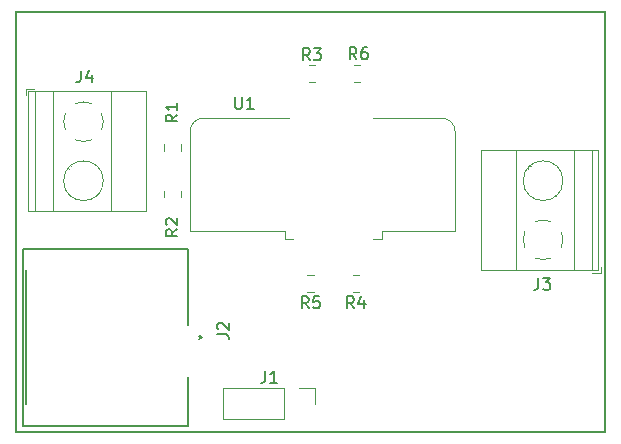
<source format=gbr>
G04 #@! TF.GenerationSoftware,KiCad,Pcbnew,(5.0.2)-1*
G04 #@! TF.CreationDate,2019-03-26T15:17:44-05:00*
G04 #@! TF.ProjectId,currentsense,63757272-656e-4747-9365-6e73652e6b69,rev?*
G04 #@! TF.SameCoordinates,Original*
G04 #@! TF.FileFunction,Legend,Top*
G04 #@! TF.FilePolarity,Positive*
%FSLAX46Y46*%
G04 Gerber Fmt 4.6, Leading zero omitted, Abs format (unit mm)*
G04 Created by KiCad (PCBNEW (5.0.2)-1) date 3/26/2019 3:17:44 PM*
%MOMM*%
%LPD*%
G01*
G04 APERTURE LIST*
%ADD10C,0.200000*%
%ADD11C,0.152400*%
%ADD12C,0.120000*%
%ADD13C,0.150000*%
G04 APERTURE END LIST*
D10*
X158470600Y-57480200D02*
X108597700Y-57480200D01*
X158483300Y-93091000D02*
X158483300Y-57467500D01*
X108597700Y-93091000D02*
X158483300Y-93091000D01*
X108597700Y-57467500D02*
X108597700Y-93091000D01*
D11*
G04 #@! TO.C,J2*
X123164600Y-84028510D02*
X123164600Y-77546200D01*
X109194600Y-92557600D02*
X123164600Y-92557600D01*
X109194600Y-77546200D02*
X109194600Y-92557600D01*
X123164600Y-77546200D02*
X109194600Y-77546200D01*
X123164600Y-92557600D02*
X123164600Y-88379300D01*
X109448600Y-90716100D02*
X109448600Y-79387700D01*
X124061471Y-85174965D02*
X124307600Y-85051900D01*
X124061471Y-84928835D02*
X124307600Y-85051900D01*
D12*
G04 #@! TO.C,R3*
X133919752Y-62002600D02*
X133397248Y-62002600D01*
X133919752Y-63422600D02*
X133397248Y-63422600D01*
G04 #@! TO.C,R4*
X137633452Y-81202600D02*
X137110948Y-81202600D01*
X137633452Y-79782600D02*
X137110948Y-79782600D01*
G04 #@! TO.C,R5*
X133792752Y-79782600D02*
X133270248Y-79782600D01*
X133792752Y-81202600D02*
X133270248Y-81202600D01*
G04 #@! TO.C,R6*
X137704352Y-63422600D02*
X137181848Y-63422600D01*
X137704352Y-62002600D02*
X137181848Y-62002600D01*
G04 #@! TO.C,J4*
X109412700Y-64002000D02*
X109412700Y-64502000D01*
X110152700Y-64002000D02*
X109412700Y-64002000D01*
X113289700Y-70575000D02*
X113243700Y-70528000D01*
X115587700Y-72872000D02*
X115551700Y-72837000D01*
X113073700Y-70768000D02*
X113038700Y-70733000D01*
X115381700Y-73077000D02*
X115335700Y-73030000D01*
X119573700Y-74362000D02*
X109652700Y-74362000D01*
X119573700Y-64242000D02*
X109652700Y-64242000D01*
X109652700Y-64242000D02*
X109652700Y-74362000D01*
X119573700Y-64242000D02*
X119573700Y-74362000D01*
X116613700Y-64242000D02*
X116613700Y-74362000D01*
X111712700Y-64242000D02*
X111712700Y-74362000D01*
X110212700Y-64242000D02*
X110212700Y-74362000D01*
X115992700Y-71802000D02*
G75*
G03X115992700Y-71802000I-1680000J0D01*
G01*
X112632447Y-66830805D02*
G75*
G02X112777700Y-66118000I1680253J28805D01*
G01*
X113629658Y-65266574D02*
G75*
G02X114996700Y-65267000I683042J-1535426D01*
G01*
X115848126Y-66118958D02*
G75*
G02X115847700Y-67486000I-1535426J-683042D01*
G01*
X114995742Y-68337426D02*
G75*
G02X113628700Y-68337000I-683042J1535426D01*
G01*
X112777944Y-67485318D02*
G75*
G02X112632700Y-66802000I1534756J683318D01*
G01*
G04 #@! TO.C,U1*
X124468200Y-66492600D02*
X131698200Y-66492600D01*
X138838200Y-76712600D02*
X139568200Y-76712600D01*
X123348200Y-76012600D02*
X131348200Y-76012600D01*
X145768200Y-76012600D02*
X145768200Y-67602600D01*
X123348200Y-76012600D02*
X123348200Y-67612600D01*
X131348200Y-76712600D02*
X131348200Y-76012600D01*
X139568200Y-76712600D02*
X139568200Y-76012600D01*
X123348200Y-67602600D02*
G75*
G02X124458200Y-66492600I1110000J0D01*
G01*
X145768200Y-67602600D02*
G75*
G03X144658200Y-66492600I-1110000J0D01*
G01*
X138848200Y-66492600D02*
X144658200Y-66492600D01*
X131348200Y-76712600D02*
X132068200Y-76712600D01*
X139568200Y-76012600D02*
X145768200Y-76012600D01*
G04 #@! TO.C,R2*
X121159200Y-72636748D02*
X121159200Y-73159252D01*
X122579200Y-72636748D02*
X122579200Y-73159252D01*
G04 #@! TO.C,R1*
X121171900Y-69238652D02*
X121171900Y-68716148D01*
X122591900Y-69238652D02*
X122591900Y-68716148D01*
G04 #@! TO.C,J3*
X154760256Y-76113582D02*
G75*
G02X154905500Y-76796900I-1534756J-683318D01*
G01*
X152542458Y-75261474D02*
G75*
G02X153909500Y-75261900I683042J-1535426D01*
G01*
X151690074Y-77479942D02*
G75*
G02X151690500Y-76112900I1535426J683042D01*
G01*
X153908542Y-78332326D02*
G75*
G02X152541500Y-78331900I-683042J1535426D01*
G01*
X154905753Y-76768095D02*
G75*
G02X154760500Y-77480900I-1680253J-28805D01*
G01*
X154905500Y-71796900D02*
G75*
G03X154905500Y-71796900I-1680000J0D01*
G01*
X157325500Y-79356900D02*
X157325500Y-69236900D01*
X155825500Y-79356900D02*
X155825500Y-69236900D01*
X150924500Y-79356900D02*
X150924500Y-69236900D01*
X147964500Y-79356900D02*
X147964500Y-69236900D01*
X157885500Y-79356900D02*
X157885500Y-69236900D01*
X147964500Y-79356900D02*
X157885500Y-79356900D01*
X147964500Y-69236900D02*
X157885500Y-69236900D01*
X152156500Y-70521900D02*
X152202500Y-70568900D01*
X154464500Y-72830900D02*
X154499500Y-72865900D01*
X151950500Y-70726900D02*
X151986500Y-70761900D01*
X154248500Y-73023900D02*
X154294500Y-73070900D01*
X157385500Y-79596900D02*
X158125500Y-79596900D01*
X158125500Y-79596900D02*
X158125500Y-79096900D01*
G04 #@! TO.C,J1*
X126139900Y-89348000D02*
X126139900Y-92008000D01*
X131279900Y-89348000D02*
X126139900Y-89348000D01*
X131279900Y-92008000D02*
X126139900Y-92008000D01*
X131279900Y-89348000D02*
X131279900Y-92008000D01*
X132549900Y-89348000D02*
X133879900Y-89348000D01*
X133879900Y-89348000D02*
X133879900Y-90678000D01*
G04 #@! TD*
G04 #@! TO.C,J2*
D13*
X125626880Y-84801033D02*
X126341166Y-84801033D01*
X126484023Y-84848652D01*
X126579261Y-84943890D01*
X126626880Y-85086747D01*
X126626880Y-85181985D01*
X125722119Y-84372461D02*
X125674500Y-84324842D01*
X125626880Y-84229604D01*
X125626880Y-83991509D01*
X125674500Y-83896271D01*
X125722119Y-83848652D01*
X125817357Y-83801033D01*
X125912595Y-83801033D01*
X126055452Y-83848652D01*
X126626880Y-84420080D01*
X126626880Y-83801033D01*
G04 #@! TO.C,R3*
X133475433Y-61590180D02*
X133142100Y-61113990D01*
X132904004Y-61590180D02*
X132904004Y-60590180D01*
X133284957Y-60590180D01*
X133380195Y-60637800D01*
X133427814Y-60685419D01*
X133475433Y-60780657D01*
X133475433Y-60923514D01*
X133427814Y-61018752D01*
X133380195Y-61066371D01*
X133284957Y-61113990D01*
X132904004Y-61113990D01*
X133808766Y-60590180D02*
X134427814Y-60590180D01*
X134094480Y-60971133D01*
X134237338Y-60971133D01*
X134332576Y-61018752D01*
X134380195Y-61066371D01*
X134427814Y-61161609D01*
X134427814Y-61399704D01*
X134380195Y-61494942D01*
X134332576Y-61542561D01*
X134237338Y-61590180D01*
X133951623Y-61590180D01*
X133856385Y-61542561D01*
X133808766Y-61494942D01*
G04 #@! TO.C,R4*
X137205533Y-82594980D02*
X136872200Y-82118790D01*
X136634104Y-82594980D02*
X136634104Y-81594980D01*
X137015057Y-81594980D01*
X137110295Y-81642600D01*
X137157914Y-81690219D01*
X137205533Y-81785457D01*
X137205533Y-81928314D01*
X137157914Y-82023552D01*
X137110295Y-82071171D01*
X137015057Y-82118790D01*
X136634104Y-82118790D01*
X138062676Y-81928314D02*
X138062676Y-82594980D01*
X137824580Y-81547361D02*
X137586485Y-82261647D01*
X138205533Y-82261647D01*
G04 #@! TO.C,R5*
X133364833Y-82594980D02*
X133031500Y-82118790D01*
X132793404Y-82594980D02*
X132793404Y-81594980D01*
X133174357Y-81594980D01*
X133269595Y-81642600D01*
X133317214Y-81690219D01*
X133364833Y-81785457D01*
X133364833Y-81928314D01*
X133317214Y-82023552D01*
X133269595Y-82071171D01*
X133174357Y-82118790D01*
X132793404Y-82118790D01*
X134269595Y-81594980D02*
X133793404Y-81594980D01*
X133745785Y-82071171D01*
X133793404Y-82023552D01*
X133888642Y-81975933D01*
X134126738Y-81975933D01*
X134221976Y-82023552D01*
X134269595Y-82071171D01*
X134317214Y-82166409D01*
X134317214Y-82404504D01*
X134269595Y-82499742D01*
X134221976Y-82547361D01*
X134126738Y-82594980D01*
X133888642Y-82594980D01*
X133793404Y-82547361D01*
X133745785Y-82499742D01*
G04 #@! TO.C,R6*
X137425133Y-61513980D02*
X137091800Y-61037790D01*
X136853704Y-61513980D02*
X136853704Y-60513980D01*
X137234657Y-60513980D01*
X137329895Y-60561600D01*
X137377514Y-60609219D01*
X137425133Y-60704457D01*
X137425133Y-60847314D01*
X137377514Y-60942552D01*
X137329895Y-60990171D01*
X137234657Y-61037790D01*
X136853704Y-61037790D01*
X138282276Y-60513980D02*
X138091800Y-60513980D01*
X137996561Y-60561600D01*
X137948942Y-60609219D01*
X137853704Y-60752076D01*
X137806085Y-60942552D01*
X137806085Y-61323504D01*
X137853704Y-61418742D01*
X137901323Y-61466361D01*
X137996561Y-61513980D01*
X138187038Y-61513980D01*
X138282276Y-61466361D01*
X138329895Y-61418742D01*
X138377514Y-61323504D01*
X138377514Y-61085409D01*
X138329895Y-60990171D01*
X138282276Y-60942552D01*
X138187038Y-60894933D01*
X137996561Y-60894933D01*
X137901323Y-60942552D01*
X137853704Y-60990171D01*
X137806085Y-61085409D01*
G04 #@! TO.C,J4*
X114093666Y-62469780D02*
X114093666Y-63184066D01*
X114046047Y-63326923D01*
X113950809Y-63422161D01*
X113807952Y-63469780D01*
X113712714Y-63469780D01*
X114998428Y-62803114D02*
X114998428Y-63469780D01*
X114760333Y-62422161D02*
X114522238Y-63136447D01*
X115141285Y-63136447D01*
G04 #@! TO.C,U1*
X127156295Y-64704980D02*
X127156295Y-65514504D01*
X127203914Y-65609742D01*
X127251533Y-65657361D01*
X127346771Y-65704980D01*
X127537247Y-65704980D01*
X127632485Y-65657361D01*
X127680104Y-65609742D01*
X127727723Y-65514504D01*
X127727723Y-64704980D01*
X128727723Y-65704980D02*
X128156295Y-65704980D01*
X128442009Y-65704980D02*
X128442009Y-64704980D01*
X128346771Y-64847838D01*
X128251533Y-64943076D01*
X128156295Y-64990695D01*
G04 #@! TO.C,R2*
X122258080Y-75905766D02*
X121781890Y-76239100D01*
X122258080Y-76477195D02*
X121258080Y-76477195D01*
X121258080Y-76096242D01*
X121305700Y-76001004D01*
X121353319Y-75953385D01*
X121448557Y-75905766D01*
X121591414Y-75905766D01*
X121686652Y-75953385D01*
X121734271Y-76001004D01*
X121781890Y-76096242D01*
X121781890Y-76477195D01*
X121353319Y-75524814D02*
X121305700Y-75477195D01*
X121258080Y-75381957D01*
X121258080Y-75143861D01*
X121305700Y-75048623D01*
X121353319Y-75001004D01*
X121448557Y-74953385D01*
X121543795Y-74953385D01*
X121686652Y-75001004D01*
X122258080Y-75572433D01*
X122258080Y-74953385D01*
G04 #@! TO.C,R1*
X122270780Y-66206666D02*
X121794590Y-66540000D01*
X122270780Y-66778095D02*
X121270780Y-66778095D01*
X121270780Y-66397142D01*
X121318400Y-66301904D01*
X121366019Y-66254285D01*
X121461257Y-66206666D01*
X121604114Y-66206666D01*
X121699352Y-66254285D01*
X121746971Y-66301904D01*
X121794590Y-66397142D01*
X121794590Y-66778095D01*
X122270780Y-65254285D02*
X122270780Y-65825714D01*
X122270780Y-65540000D02*
X121270780Y-65540000D01*
X121413638Y-65635238D01*
X121508876Y-65730476D01*
X121556495Y-65825714D01*
G04 #@! TO.C,J3*
X152828666Y-80021180D02*
X152828666Y-80735466D01*
X152781047Y-80878323D01*
X152685809Y-80973561D01*
X152542952Y-81021180D01*
X152447714Y-81021180D01*
X153209619Y-80021180D02*
X153828666Y-80021180D01*
X153495333Y-80402133D01*
X153638190Y-80402133D01*
X153733428Y-80449752D01*
X153781047Y-80497371D01*
X153828666Y-80592609D01*
X153828666Y-80830704D01*
X153781047Y-80925942D01*
X153733428Y-80973561D01*
X153638190Y-81021180D01*
X153352476Y-81021180D01*
X153257238Y-80973561D01*
X153209619Y-80925942D01*
G04 #@! TO.C,J1*
X129701966Y-87882480D02*
X129701966Y-88596766D01*
X129654347Y-88739623D01*
X129559109Y-88834861D01*
X129416252Y-88882480D01*
X129321014Y-88882480D01*
X130701966Y-88882480D02*
X130130538Y-88882480D01*
X130416252Y-88882480D02*
X130416252Y-87882480D01*
X130321014Y-88025338D01*
X130225776Y-88120576D01*
X130130538Y-88168195D01*
G04 #@! TD*
M02*

</source>
